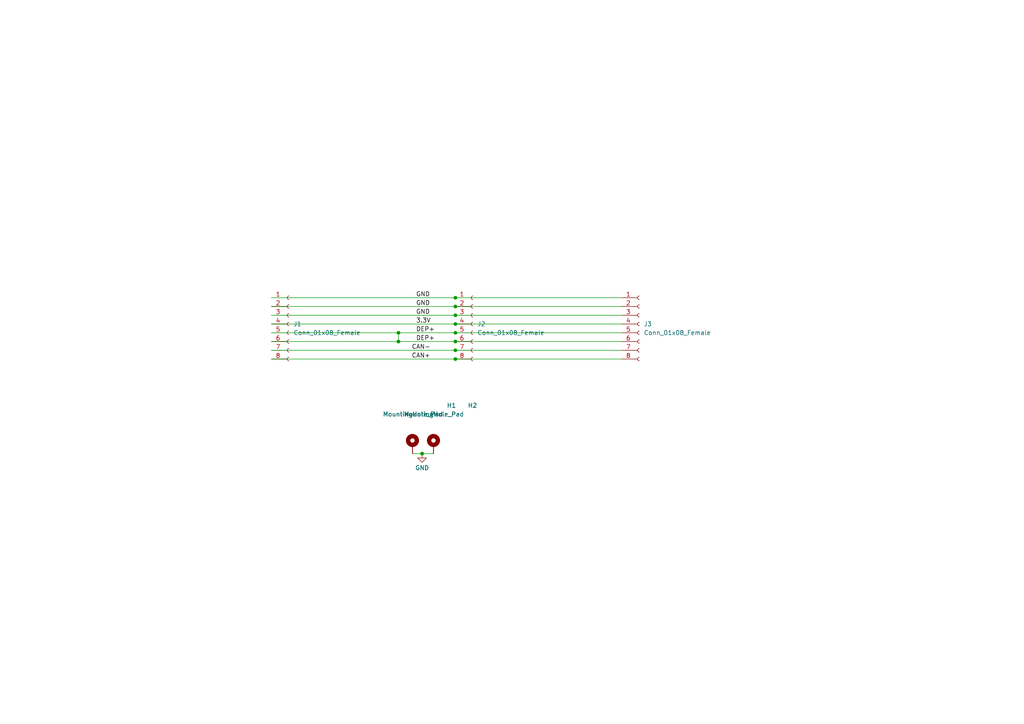
<source format=kicad_sch>
(kicad_sch (version 20230121) (generator eeschema)
  (paper "A4")
  (lib_symbols
    (symbol "Connector:Conn_01x08_Female" (pin_names (offset 1.016) hide)
      (property "Reference" "J" (at 0 10.16 0))
      (property "Value" "Conn_01x08_Female" (at 0 -12.7 0))
      (symbol "Conn_01x08_Female_1_1"
        (arc (start 0 -9.652) (mid -0.5058 -10.16) (end 0 -10.668) (stroke (width 0.1524)))
        (arc (start 0 -7.112) (mid -0.5058 -7.62) (end 0 -8.128) (stroke (width 0.1524)))
        (arc (start 0 -4.572) (mid -0.5058 -5.08) (end 0 -5.588) (stroke (width 0.1524)))
        (arc (start 0 -2.032) (mid -0.5058 -2.54) (end 0 -3.048) (stroke (width 0.1524)))
        (polyline (pts (xy -1.27 -10.16) (xy -0.508 -10.16)) (stroke (width 0.1524)))
        (polyline (pts (xy -1.27 -7.62) (xy -0.508 -7.62)) (stroke (width 0.1524)))
        (polyline (pts (xy -1.27 -5.08) (xy -0.508 -5.08)) (stroke (width 0.1524)))
        (polyline (pts (xy -1.27 -2.54) (xy -0.508 -2.54)) (stroke (width 0.1524)))
        (polyline (pts (xy -1.27 0) (xy -0.508 0)) (stroke (width 0.1524)))
        (polyline (pts (xy -1.27 2.54) (xy -0.508 2.54)) (stroke (width 0.1524)))
        (polyline (pts (xy -1.27 5.08) (xy -0.508 5.08)) (stroke (width 0.1524)))
        (polyline (pts (xy -1.27 7.62) (xy -0.508 7.62)) (stroke (width 0.1524)))
        (arc (start 0 0.508) (mid -0.5058 0) (end 0 -0.508) (stroke (width 0.1524)))
        (arc (start 0 3.048) (mid -0.5058 2.54) (end 0 2.032) (stroke (width 0.1524)))
        (arc (start 0 5.588) (mid -0.5058 5.08) (end 0 4.572) (stroke (width 0.1524)))
        (arc (start 0 8.128) (mid -0.5058 7.62) (end 0 7.112) (stroke (width 0.1524)))
        (pin passive line (at -5.08 7.62 0) (length 3.81) (name "Pin_1") (number "1"))
        (pin passive line (at -5.08 5.08 0) (length 3.81) (name "Pin_2") (number "2"))
        (pin passive line (at -5.08 2.54 0) (length 3.81) (name "Pin_3") (number "3"))
        (pin passive line (at -5.08 0 0) (length 3.81) (name "Pin_4") (number "4"))
        (pin passive line (at -5.08 -2.54 0) (length 3.81) (name "Pin_5") (number "5"))
        (pin passive line (at -5.08 -5.08 0) (length 3.81) (name "Pin_6") (number "6"))
        (pin passive line (at -5.08 -7.62 0) (length 3.81) (name "Pin_7") (number "7"))
        (pin passive line (at -5.08 -10.16 0) (length 3.81) (name "Pin_8") (number "8"))
      )
    )
    (symbol "Mechanical:MountingHole_Pad" (pin_numbers hide) (pin_names (offset 1.016) hide)
      (property "Reference" "H" (at 0 6.35 0))
      (property "Value" "MountingHole_Pad" (at 0 4.445 0))
      (symbol "MountingHole_Pad_0_1"
        (circle (center 0 1.27) (radius 1.27) (stroke (width 1.27)))
      )
      (symbol "MountingHole_Pad_1_1"
        (pin input line (at 0 -2.54 90) (length 2.54) (name "1") (number "1"))
      )
    )
    (symbol "power:GND" (power) (pin_names (offset 0))
      (property "Value" "GND" (at 0 -3.81 0))
      (symbol "GND_0_1"
        (polyline (pts (xy 0 0) (xy 0 -1.27) (xy 1.27 -1.27) (xy 0 -2.54) (xy -1.27 -1.27) (xy 0 -1.27)))
      )
      (symbol "GND_1_1"
        (pin power_in line (at 0 0 270) (length 0) hide (name "GND") (number "1"))
      )
    )
  )
  (junction (at 132.08 96.52))
  (junction (at 132.08 104.14))
  (junction (at 132.08 101.6))
  (junction (at 132.08 86.36))
  (junction (at 122.428 131.572))
  (junction (at 115.57 99.06))
  (junction (at 132.08 91.44))
  (junction (at 115.57 96.52))
  (junction (at 132.08 93.98))
  (junction (at 132.08 99.06))
  (junction (at 132.08 88.9))
  (wire (pts (xy 78.74 88.9) (xy 132.08 88.9)))
  (wire (pts (xy 122.428 131.572) (xy 125.73 131.572)))
  (wire (pts (xy 115.57 99.06) (xy 132.08 99.06)))
  (wire (pts (xy 132.08 93.98) (xy 180.34 93.98)))
  (wire (pts (xy 132.08 99.06) (xy 180.34 99.06)))
  (wire (pts (xy 78.74 104.14) (xy 132.08 104.14)))
  (wire (pts (xy 78.74 101.6) (xy 132.08 101.6)))
  (wire (pts (xy 115.57 96.52) (xy 132.08 96.52)))
  (wire (pts (xy 78.74 93.98) (xy 132.08 93.98)))
  (wire (pts (xy 132.08 104.14) (xy 180.34 104.14)))
  (wire (pts (xy 78.74 86.36) (xy 132.08 86.36)))
  (wire (pts (xy 132.08 86.36) (xy 180.34 86.36)))
  (wire (pts (xy 115.57 96.52) (xy 115.57 99.06)))
  (wire (pts (xy 119.634 131.572) (xy 122.428 131.572)))
  (wire (pts (xy 78.74 96.52) (xy 115.57 96.52)))
  (wire (pts (xy 132.08 96.52) (xy 180.34 96.52)))
  (wire (pts (xy 78.74 99.06) (xy 115.57 99.06)))
  (wire (pts (xy 78.74 91.44) (xy 132.08 91.44)))
  (wire (pts (xy 132.08 101.6) (xy 180.34 101.6)))
  (wire (pts (xy 132.08 88.9) (xy 180.34 88.9)))
  (wire (pts (xy 132.08 91.44) (xy 180.34 91.44)))
  (label "GND" (at 120.65 91.44 0))
  (label "3.3V" (at 120.65 93.98 0))
  (label "CAN-" (at 119.38 101.6 0))
  (label "GND" (at 120.65 88.9 0))
  (label "DEP+" (at 120.65 99.06 0))
  (label "GND" (at 120.65 86.36 0))
  (label "DEP+" (at 120.65 96.52 0))
  (label "CAN+" (at 119.38 104.14 0))
  (symbol (lib_id "Mechanical:MountingHole_Pad") (at 125.73 129.032 0) (unit 1)
    (property "Reference" "H2" (at 138.43 117.602 0) (effects (justify right)))
    (property "Value" "MountingHole_Pad" (at 134.62 120.142 0) (effects (justify right)))
    (property "Footprint" "MountingHole:MountingHole_3.2mm_M3_DIN965_Pad" (effects hide))
  )
  (symbol (lib_id "Mechanical:MountingHole_Pad") (at 119.634 129.032 0) (unit 1)
    (property "Reference" "H1" (at 132.334 117.602 0) (effects (justify right)))
    (property "Value" "MountingHole_Pad" (at 128.524 120.142 0) (effects (justify right)))
    (property "Footprint" "MountingHole:MountingHole_3.2mm_M3_DIN965_Pad" (effects hide))
  )
  (symbol (lib_id "Connector:Conn_01x08_Female") (at 137.16 93.98 0) (unit 1)
    (property "Reference" "J2" (at 138.43 93.9799 0) (effects (justify left)))
    (property "Value" "Conn_01x08_Female" (at 138.43 96.5199 0) (effects (justify left)))
    (property "Footprint" "iclr:Molex_Mini-Fit_Jr_5569-08A2_2x04_P4.20mm_Horizontal" (effects hide))
  )
  (symbol (lib_id "Connector:Conn_01x08_Female") (at 185.42 93.98 0) (unit 1)
    (property "Reference" "J3" (at 186.69 93.9799 0) (effects (justify left)))
    (property "Value" "Conn_01x08_Female" (at 186.69 96.5199 0) (effects (justify left)))
    (property "Footprint" "iclr:Molex_Mini-Fit_Jr_5569-08A2_2x04_P4.20mm_Horizontal" (effects hide))
  )
  (symbol (lib_id "power:GND") (at 122.428 131.572 0) (unit 1)
    (property "Reference" "#PWR01" (effects hide))
    (property "Value" "GND" (at 122.428 135.7075 0))
  )
  (symbol (lib_id "Connector:Conn_01x08_Female") (at 83.82 93.98 0) (unit 1)
    (property "Reference" "J1" (at 85.09 93.9799 0) (effects (justify left)))
    (property "Value" "Conn_01x08_Female" (at 85.09 96.5199 0) (effects (justify left)))
    (property "Footprint" "iclr:Molex_Mini-Fit_Jr_5569-08A2_2x04_P4.20mm_Horizontal" (effects hide))
  )
)
</source>
